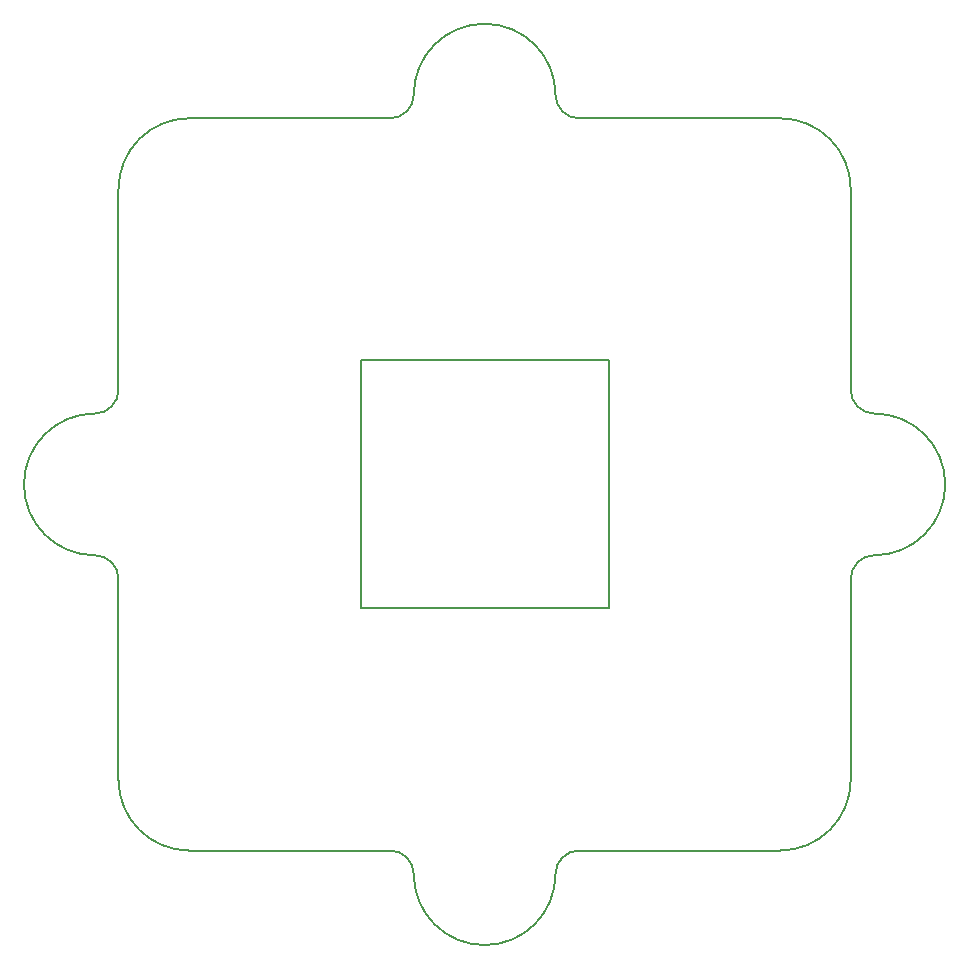
<source format=gbr>
G04 #@! TF.GenerationSoftware,KiCad,Pcbnew,(5.0.0)*
G04 #@! TF.CreationDate,2020-03-30T15:38:54-04:00*
G04 #@! TF.ProjectId,10W White LED,313057205768697465204C45442E6B69,rev?*
G04 #@! TF.SameCoordinates,Original*
G04 #@! TF.FileFunction,Profile,NP*
%FSLAX46Y46*%
G04 Gerber Fmt 4.6, Leading zero omitted, Abs format (unit mm)*
G04 Created by KiCad (PCBNEW (5.0.0)) date 03/30/20 15:38:54*
%MOMM*%
%LPD*%
G01*
G04 APERTURE LIST*
%ADD10C,0.150000*%
G04 APERTURE END LIST*
D10*
X181000000Y-108000000D02*
X181000000Y-125000000D01*
X158000000Y-131000000D02*
X175000000Y-131000000D01*
X181000000Y-125000000D02*
G75*
G02X175000000Y-131000000I-6000000J0D01*
G01*
X181000000Y-108000000D02*
G75*
G02X183000000Y-106000000I2000000J0D01*
G01*
X183000000Y-94000000D02*
G75*
G02X181000000Y-92000000I0J2000000D01*
G01*
X183000000Y-94000000D02*
G75*
G02X189000000Y-100000000I0J-6000000D01*
G01*
X189000000Y-100000000D02*
G75*
G02X183000000Y-106000000I-6000000J0D01*
G01*
X158000000Y-69000000D02*
X175000000Y-69000000D01*
X181000000Y-92000000D02*
X181000000Y-75000000D01*
X175000000Y-69000000D02*
G75*
G02X181000000Y-75000000I0J-6000000D01*
G01*
X158000000Y-69000000D02*
G75*
G02X156000000Y-67000000I0J2000000D01*
G01*
X144000000Y-67000000D02*
G75*
G02X142000000Y-69000000I-2000000J0D01*
G01*
X144000000Y-67000000D02*
G75*
G02X150000000Y-61000000I6000000J0D01*
G01*
X150000000Y-61000000D02*
G75*
G02X156000000Y-67000000I0J-6000000D01*
G01*
X119000000Y-92000000D02*
X119000000Y-75000000D01*
X142000000Y-69000000D02*
X125000000Y-69000000D01*
X119000000Y-75000000D02*
G75*
G02X125000000Y-69000000I6000000J0D01*
G01*
X119000000Y-92000000D02*
G75*
G02X117000000Y-94000000I-2000000J0D01*
G01*
X117000000Y-106000000D02*
G75*
G02X119000000Y-108000000I0J-2000000D01*
G01*
X117000000Y-106000000D02*
G75*
G02X111000000Y-100000000I0J6000000D01*
G01*
X111000000Y-100000000D02*
G75*
G02X117000000Y-94000000I6000000J0D01*
G01*
X119000000Y-108000000D02*
X119000000Y-125000000D01*
X125000000Y-131000000D02*
G75*
G02X119000000Y-125000000I0J6000000D01*
G01*
X156000000Y-133000000D02*
G75*
G02X158000000Y-131000000I2000000J0D01*
G01*
X156000000Y-133000000D02*
G75*
G02X150000000Y-139000000I-6000000J0D01*
G01*
X142000000Y-131000000D02*
G75*
G02X144000000Y-133000000I0J-2000000D01*
G01*
X150000000Y-139000000D02*
G75*
G02X144000000Y-133000000I0J6000000D01*
G01*
X139500000Y-89500000D02*
X139500000Y-110500000D01*
X160500000Y-89500000D02*
X139500000Y-89500000D01*
X160500000Y-110500000D02*
X160500000Y-89500000D01*
X139500000Y-110500000D02*
X160500000Y-110500000D01*
X142000000Y-131000000D02*
X125000000Y-131000000D01*
M02*

</source>
